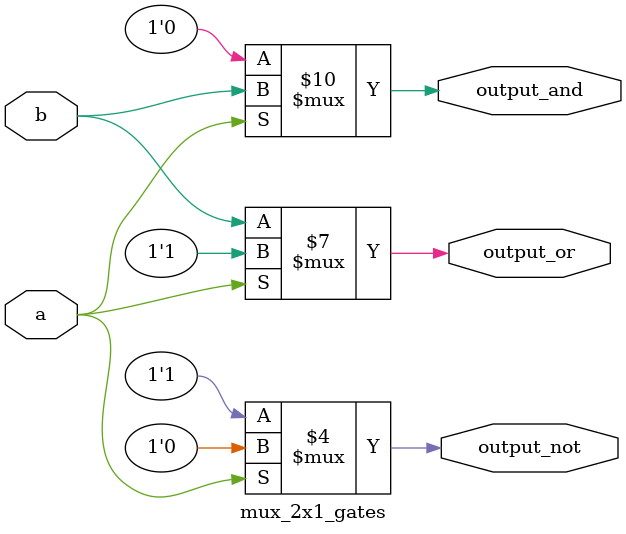
<source format=v>
module mux_2x1_gates(a,b,output_and,output_or,output_not);
   
input a,b;
output reg output_and,output_or,output_not;
  
always @(a,b)
     begin
     
       if(a==1'b0)
         begin
           output_and = 1'b0;
           output_or = b;
           output_not = 1'b1;
         end
     
       else
         begin
            output_and = b;
            output_or = 1'b1;
            output_not = 1'b0;
         end
  end
endmodule

</source>
